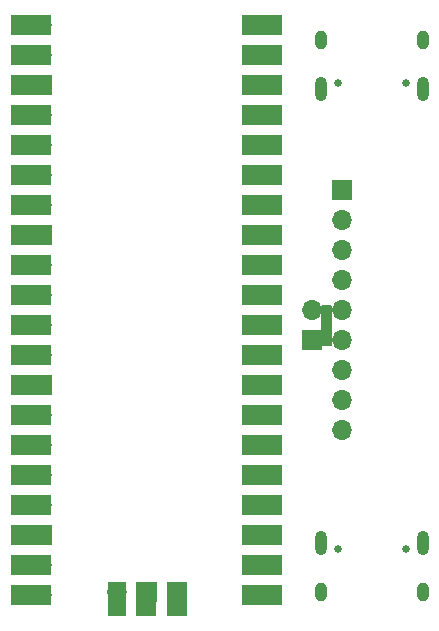
<source format=gbs>
G04 #@! TF.GenerationSoftware,KiCad,Pcbnew,8.0.2-8.0.2-0~ubuntu22.04.1*
G04 #@! TF.CreationDate,2024-05-30T19:53:11+02:00*
G04 #@! TF.ProjectId,tamarin-c,74616d61-7269-46e2-9d63-2e6b69636164,rev?*
G04 #@! TF.SameCoordinates,Original*
G04 #@! TF.FileFunction,Soldermask,Bot*
G04 #@! TF.FilePolarity,Negative*
%FSLAX46Y46*%
G04 Gerber Fmt 4.6, Leading zero omitted, Abs format (unit mm)*
G04 Created by KiCad (PCBNEW 8.0.2-8.0.2-0~ubuntu22.04.1) date 2024-05-30 19:53:11*
%MOMM*%
%LPD*%
G01*
G04 APERTURE LIST*
%ADD10C,0.150000*%
%ADD11C,0.650000*%
%ADD12O,1.000000X2.100000*%
%ADD13O,1.000000X1.600000*%
%ADD14R,1.700000X1.700000*%
%ADD15O,1.700000X1.700000*%
%ADD16R,3.500000X1.700000*%
%ADD17R,1.690000X2.850000*%
%ADD18R,1.750000X2.850000*%
%ADD19R,1.610000X2.850000*%
G04 APERTURE END LIST*
D10*
X141859000Y-75819000D02*
X142621000Y-75819000D01*
X142621000Y-79121000D01*
X141859000Y-79121000D01*
X141859000Y-75819000D01*
G36*
X141859000Y-75819000D02*
G01*
X142621000Y-75819000D01*
X142621000Y-79121000D01*
X141859000Y-79121000D01*
X141859000Y-75819000D01*
G37*
D11*
X148940000Y-56975000D03*
X143160000Y-56975000D03*
D12*
X150370000Y-57505000D03*
D13*
X150370000Y-53325000D03*
D12*
X141730000Y-57505000D03*
D13*
X141730000Y-53325000D03*
D14*
X143510000Y-66040000D03*
D15*
X143510000Y-68580000D03*
X143510000Y-71120000D03*
X143510000Y-73660000D03*
X143510000Y-76200000D03*
X143510000Y-78740000D03*
X143510000Y-81280000D03*
X143510000Y-83820000D03*
X143510000Y-86360000D03*
D14*
X140970000Y-78730000D03*
D15*
X140970000Y-76190000D03*
D11*
X143160000Y-96460000D03*
X148940000Y-96460000D03*
D12*
X141730000Y-95930000D03*
D13*
X141730000Y-100110000D03*
D12*
X150370000Y-95930000D03*
D13*
X150370000Y-100110000D03*
D15*
X135890000Y-52070000D03*
D16*
X136790000Y-52070000D03*
D15*
X135890000Y-54610000D03*
D16*
X136790000Y-54610000D03*
D14*
X135890000Y-57150000D03*
D16*
X136790000Y-57150000D03*
D15*
X135890000Y-59690000D03*
D16*
X136790000Y-59690000D03*
D15*
X135890000Y-62230000D03*
D16*
X136790000Y-62230000D03*
D15*
X135890000Y-64770000D03*
D16*
X136790000Y-64770000D03*
D15*
X135890000Y-67310000D03*
D16*
X136790000Y-67310000D03*
D14*
X135890000Y-69850000D03*
D16*
X136790000Y-69850000D03*
D15*
X135890000Y-72390000D03*
D16*
X136790000Y-72390000D03*
D15*
X135890000Y-74930000D03*
D16*
X136790000Y-74930000D03*
D15*
X135890000Y-77470000D03*
D16*
X136790000Y-77470000D03*
D15*
X135890000Y-80010000D03*
D16*
X136790000Y-80010000D03*
D14*
X135890000Y-82550000D03*
D16*
X136790000Y-82550000D03*
D15*
X135890000Y-85090000D03*
D16*
X136790000Y-85090000D03*
D15*
X135890000Y-87630000D03*
D16*
X136790000Y-87630000D03*
D15*
X135890000Y-90170000D03*
D16*
X136790000Y-90170000D03*
D15*
X135890000Y-92710000D03*
D16*
X136790000Y-92710000D03*
D14*
X135890000Y-95250000D03*
D16*
X136790000Y-95250000D03*
D15*
X135890000Y-97790000D03*
D16*
X136790000Y-97790000D03*
D15*
X135890000Y-100330000D03*
D16*
X136790000Y-100330000D03*
D15*
X118110000Y-100330000D03*
D16*
X117210000Y-100330000D03*
D15*
X118110000Y-97790000D03*
D16*
X117210000Y-97790000D03*
D14*
X118110000Y-95250000D03*
D16*
X117210000Y-95250000D03*
D15*
X118110000Y-92710000D03*
D16*
X117210000Y-92710000D03*
D15*
X118110000Y-90170000D03*
D16*
X117210000Y-90170000D03*
D15*
X118110000Y-87630000D03*
D16*
X117210000Y-87630000D03*
D15*
X118110000Y-85090000D03*
D16*
X117210000Y-85090000D03*
D14*
X118110000Y-82550000D03*
D16*
X117210000Y-82550000D03*
D15*
X118110000Y-80010000D03*
D16*
X117210000Y-80010000D03*
D15*
X118110000Y-77470000D03*
D16*
X117210000Y-77470000D03*
D15*
X118110000Y-74930000D03*
D16*
X117210000Y-74930000D03*
D15*
X118110000Y-72390000D03*
D16*
X117210000Y-72390000D03*
D14*
X118110000Y-69850000D03*
D16*
X117210000Y-69850000D03*
D15*
X118110000Y-67310000D03*
D16*
X117210000Y-67310000D03*
D15*
X118110000Y-64770000D03*
D16*
X117210000Y-64770000D03*
D15*
X118110000Y-62230000D03*
D16*
X117210000Y-62230000D03*
D15*
X118110000Y-59690000D03*
D16*
X117210000Y-59690000D03*
D14*
X118110000Y-57150000D03*
D16*
X117210000Y-57150000D03*
D15*
X118110000Y-54610000D03*
D16*
X117210000Y-54610000D03*
D15*
X118110000Y-52070000D03*
D16*
X117210000Y-52070000D03*
D15*
X129540000Y-100100000D03*
D17*
X129545000Y-100675000D03*
D14*
X127000000Y-100100000D03*
D18*
X126975000Y-100675000D03*
D15*
X124460000Y-100100000D03*
D19*
X124505000Y-100675000D03*
M02*

</source>
